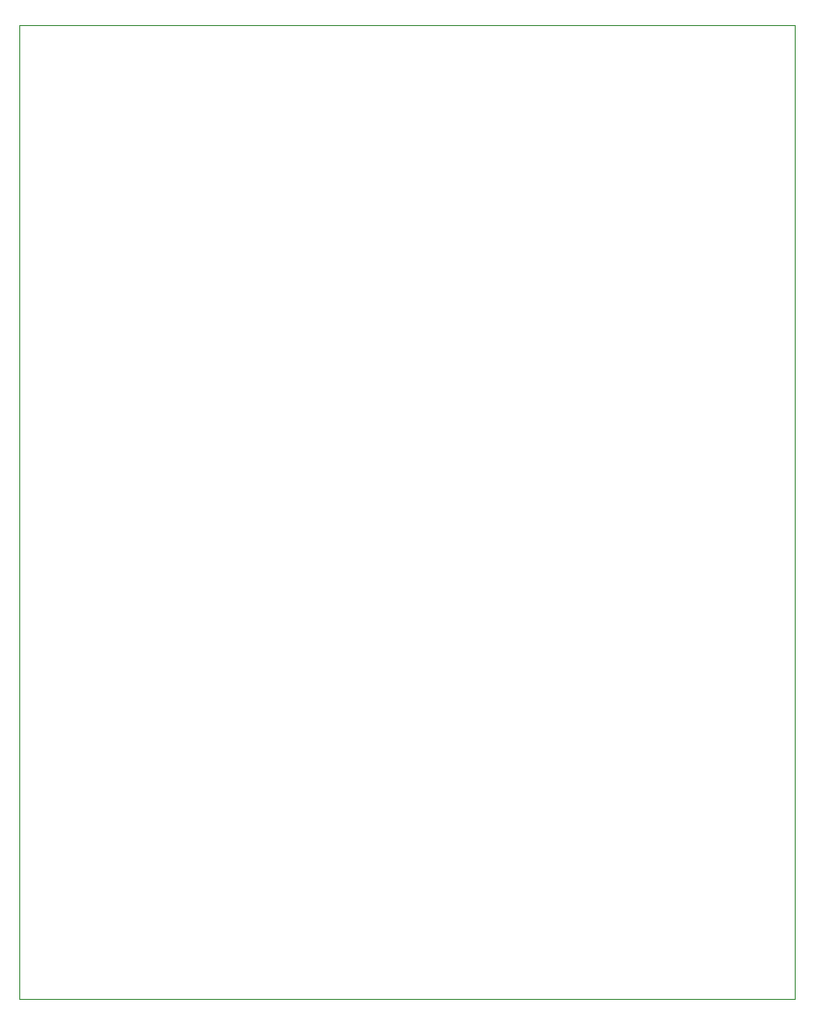
<source format=gm1>
G04 #@! TF.GenerationSoftware,KiCad,Pcbnew,9.0.0*
G04 #@! TF.CreationDate,2025-05-15T15:17:57-04:00*
G04 #@! TF.ProjectId,blood_pressure,626c6f6f-645f-4707-9265-73737572652e,rev?*
G04 #@! TF.SameCoordinates,Original*
G04 #@! TF.FileFunction,Profile,NP*
%FSLAX46Y46*%
G04 Gerber Fmt 4.6, Leading zero omitted, Abs format (unit mm)*
G04 Created by KiCad (PCBNEW 9.0.0) date 2025-05-15 15:17:57*
%MOMM*%
%LPD*%
G01*
G04 APERTURE LIST*
G04 #@! TA.AperFunction,Profile*
%ADD10C,0.050000*%
G04 #@! TD*
G04 APERTURE END LIST*
D10*
X105960000Y-22500000D02*
X105960000Y-108000000D01*
X105960000Y-22500000D02*
X174000000Y-22500000D01*
X174000000Y-108000000D02*
X174000000Y-22500000D01*
X105960000Y-108000000D02*
X174000000Y-108000000D01*
M02*

</source>
